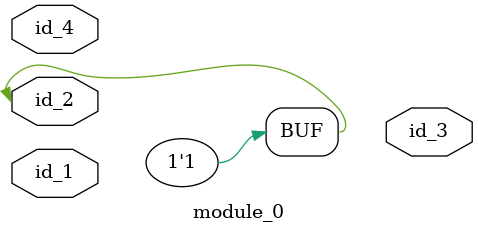
<source format=v>
module module_0 (
    id_1,
    id_2,
    id_3,
    id_4
);
  inout id_4;
  output id_3;
  inout id_2;
  input id_1;
  assign id_2 = 1;
endmodule

</source>
